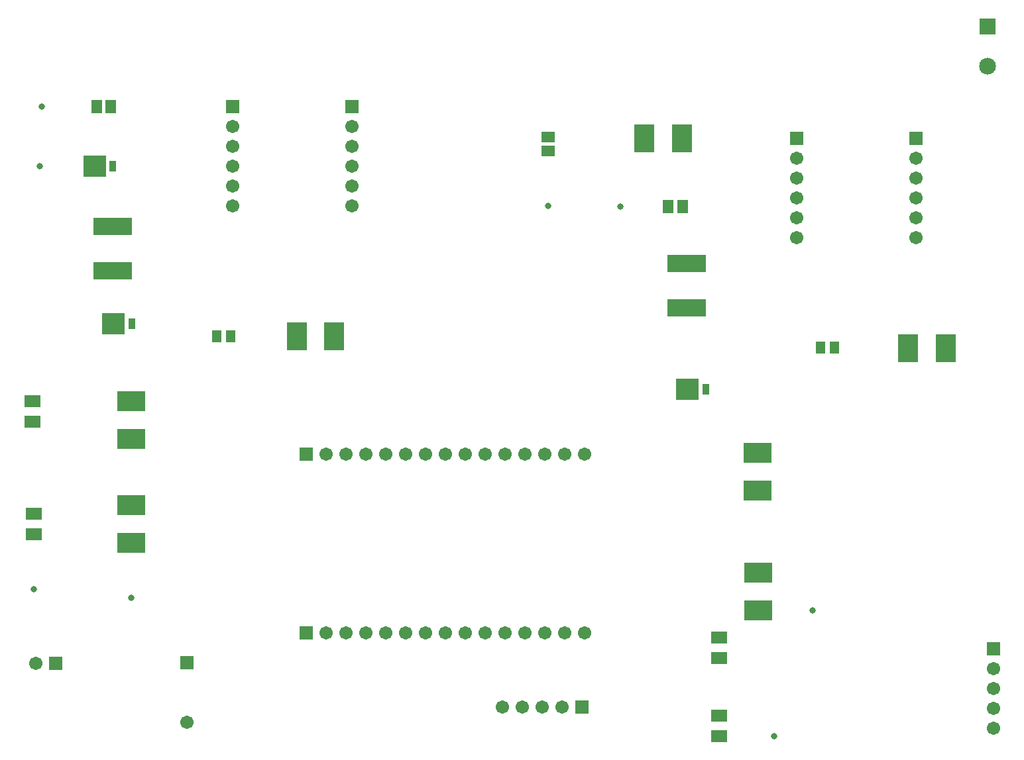
<source format=gts>
G04*
G04 #@! TF.GenerationSoftware,Altium Limited,Altium Designer,22.8.2 (66)*
G04*
G04 Layer_Color=8388736*
%FSLAX44Y44*%
%MOMM*%
G71*
G04*
G04 #@! TF.SameCoordinates,59791082-BFED-418F-BB91-07DD3E29337C*
G04*
G04*
G04 #@! TF.FilePolarity,Negative*
G04*
G01*
G75*
%ADD22R,1.3032X1.5832*%
%ADD23R,2.1232X1.5032*%
%ADD24R,1.4032X1.7232*%
%ADD25R,1.7232X1.4032*%
%ADD26R,1.3532X1.6532*%
%ADD27R,4.9032X2.2532*%
%ADD28R,2.8732X2.7432*%
%ADD29R,0.9652X1.4732*%
%ADD30R,3.5732X2.5732*%
%ADD31R,2.5732X3.5732*%
%ADD32R,2.1532X2.1532*%
%ADD33C,2.1532*%
%ADD34C,1.7032*%
%ADD35R,1.7032X1.7032*%
%ADD36R,1.7032X1.7032*%
%ADD37C,0.8032*%
D22*
X298150Y560000D02*
D03*
X315850D02*
D03*
X1069150Y546000D02*
D03*
X1086850D02*
D03*
D23*
X64000Y333100D02*
D03*
Y306900D02*
D03*
X940000Y75100D02*
D03*
Y48900D02*
D03*
X63000Y477100D02*
D03*
Y450900D02*
D03*
X940000Y175100D02*
D03*
Y148900D02*
D03*
D24*
X162670Y853500D02*
D03*
X144930D02*
D03*
D25*
X721000Y814870D02*
D03*
Y797130D02*
D03*
D26*
X875000Y726000D02*
D03*
X893000D02*
D03*
D27*
X165500Y644250D02*
D03*
Y700750D02*
D03*
X898500Y596750D02*
D03*
Y653250D02*
D03*
D28*
X166000Y576300D02*
D03*
X142047Y777300D02*
D03*
X899247Y492000D02*
D03*
D29*
X189510Y576300D02*
D03*
X165557Y777300D02*
D03*
X922757Y492000D02*
D03*
D30*
X189000Y477050D02*
D03*
Y428950D02*
D03*
Y344050D02*
D03*
Y295950D02*
D03*
X989000Y411050D02*
D03*
Y362950D02*
D03*
X990000Y258050D02*
D03*
Y209950D02*
D03*
D31*
X448300Y560000D02*
D03*
X400200D02*
D03*
X1229050Y545000D02*
D03*
X1180950D02*
D03*
X843950Y813500D02*
D03*
X892050D02*
D03*
D32*
X1283000Y956400D02*
D03*
D33*
Y905600D02*
D03*
D34*
X662800Y86000D02*
D03*
X688200D02*
D03*
X713600D02*
D03*
X739000D02*
D03*
X1290000Y59200D02*
D03*
Y84600D02*
D03*
Y110000D02*
D03*
Y135400D02*
D03*
X437600Y409300D02*
D03*
X463000D02*
D03*
X564600D02*
D03*
X513800D02*
D03*
X488400D02*
D03*
X590000D02*
D03*
X767800D02*
D03*
X742400D02*
D03*
X717000D02*
D03*
X691600D02*
D03*
X666200D02*
D03*
X640800D02*
D03*
X615400D02*
D03*
X539200D02*
D03*
X742400Y180700D02*
D03*
X666200D02*
D03*
X640800D02*
D03*
X615400D02*
D03*
X590000D02*
D03*
X564600D02*
D03*
X539200D02*
D03*
X513800D02*
D03*
X488400D02*
D03*
X463000D02*
D03*
X437600D02*
D03*
X767800D02*
D03*
X717000D02*
D03*
X691600D02*
D03*
X471200Y751900D02*
D03*
Y726500D02*
D03*
Y777300D02*
D03*
Y828100D02*
D03*
Y802700D02*
D03*
X318800Y828100D02*
D03*
Y802700D02*
D03*
Y726500D02*
D03*
Y751900D02*
D03*
Y777300D02*
D03*
X1191200Y711900D02*
D03*
Y686500D02*
D03*
Y737300D02*
D03*
Y788100D02*
D03*
Y762700D02*
D03*
X1038800Y788100D02*
D03*
Y762700D02*
D03*
Y686500D02*
D03*
Y711900D02*
D03*
Y737300D02*
D03*
X260000Y66900D02*
D03*
X67300Y142000D02*
D03*
D35*
X764400Y86000D02*
D03*
X412200Y180700D02*
D03*
X412200Y409300D02*
D03*
X318800Y853500D02*
D03*
X471200D02*
D03*
X1038800Y813500D02*
D03*
X1191200D02*
D03*
X260000Y143100D02*
D03*
X92700Y142000D02*
D03*
D36*
X1290000Y160800D02*
D03*
D37*
X814000Y726000D02*
D03*
X1058950Y209950D02*
D03*
X1009900Y48900D02*
D03*
X721000Y727000D02*
D03*
X72050Y777300D02*
D03*
X74930Y853500D02*
D03*
X64000Y237000D02*
D03*
X189000Y226000D02*
D03*
M02*

</source>
